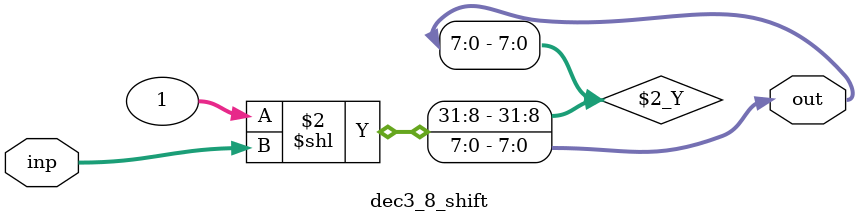
<source format=sv>
module dec3_8_shift(input logic [2:0] inp,
					output logic [7:0] out);

always_comb
begin
	out = 1 << inp;
end

endmodule
</source>
